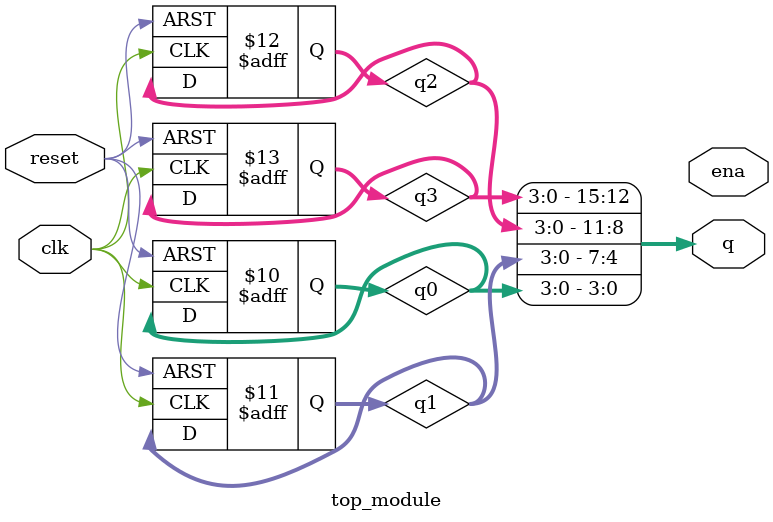
<source format=sv>
module top_module(
	input clk,
	input reset,
	output [3:1] ena,
	output reg [15:0] q);
	
	reg [3:0] q0;
	reg [3:0] q1;
	reg [3:0] q2;
	reg [3:0] q3;

	always @(posedge clk or posedge reset) begin
		if (reset) begin
			q0 <= 4'd0;
			q1 <= 4'd0;
			q2 <= 4'd0;
			q3 <= 4'd0;
		end else if (ena[0]) begin
			q0 <= q0 + 1;
			if (q0 >= 10) begin
				q0 <= 4'd0;
				q1 <= q1 + 1;
				if (q1 >= 10) begin
					q1 <= 4'd0;
					q2 <= q2 + 1;
					if (q2 >= 10) begin
						q2 <= 4'd0;
						q3 <= q3 + 1;
						if (q3 >= 10) begin
							q3 <= 4'd0;
						end
					end
				end
			end
		end else begin
			q0 <= q0;
		end
	end
	
	assign q = {q3, q2, q1, q0};
endmodule

</source>
